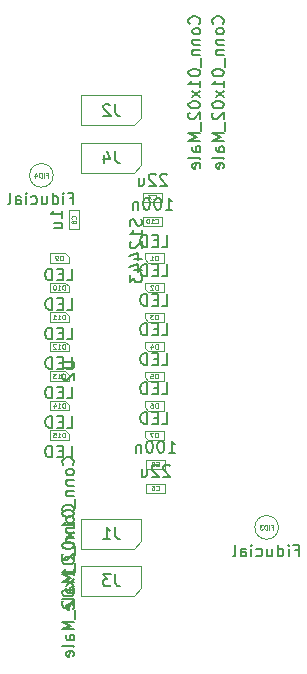
<source format=gbr>
%TF.GenerationSoftware,KiCad,Pcbnew,(6.0.10)*%
%TF.CreationDate,2023-03-05T19:00:04+01:00*%
%TF.ProjectId,HighPrecPosSens,48696768-5072-4656-9350-6f7353656e73,1*%
%TF.SameCoordinates,Original*%
%TF.FileFunction,AssemblyDrawing,Bot*%
%FSLAX46Y46*%
G04 Gerber Fmt 4.6, Leading zero omitted, Abs format (unit mm)*
G04 Created by KiCad (PCBNEW (6.0.10)) date 2023-03-05 19:00:04*
%MOMM*%
%LPD*%
G01*
G04 APERTURE LIST*
%ADD10C,0.150000*%
%ADD11C,0.060000*%
%ADD12C,0.100000*%
G04 APERTURE END LIST*
D10*
%TO.C,D2*%
X74935857Y-76515244D02*
X75412047Y-76515244D01*
X75412047Y-75515244D01*
X74602523Y-75991435D02*
X74269190Y-75991435D01*
X74126333Y-76515244D02*
X74602523Y-76515244D01*
X74602523Y-75515244D01*
X74126333Y-75515244D01*
X73697761Y-76515244D02*
X73697761Y-75515244D01*
X73459666Y-75515244D01*
X73316809Y-75562864D01*
X73221571Y-75658102D01*
X73173952Y-75753340D01*
X73126333Y-75943816D01*
X73126333Y-76086673D01*
X73173952Y-76277149D01*
X73221571Y-76372387D01*
X73316809Y-76467625D01*
X73459666Y-76515244D01*
X73697761Y-76515244D01*
D11*
X74588238Y-77673816D02*
X74588238Y-77273816D01*
X74493000Y-77273816D01*
X74435857Y-77292864D01*
X74397761Y-77330959D01*
X74378714Y-77369054D01*
X74359666Y-77445244D01*
X74359666Y-77502387D01*
X74378714Y-77578578D01*
X74397761Y-77616673D01*
X74435857Y-77654768D01*
X74493000Y-77673816D01*
X74588238Y-77673816D01*
X74207285Y-77311911D02*
X74188238Y-77292864D01*
X74150142Y-77273816D01*
X74054904Y-77273816D01*
X74016809Y-77292864D01*
X73997761Y-77311911D01*
X73978714Y-77350006D01*
X73978714Y-77388102D01*
X73997761Y-77445244D01*
X74226333Y-77673816D01*
X73978714Y-77673816D01*
D10*
%TO.C,FID4*%
X67130952Y-69909435D02*
X67464285Y-69909435D01*
X67464285Y-70433244D02*
X67464285Y-69433244D01*
X66988095Y-69433244D01*
X66607142Y-70433244D02*
X66607142Y-69766578D01*
X66607142Y-69433244D02*
X66654761Y-69480864D01*
X66607142Y-69528483D01*
X66559523Y-69480864D01*
X66607142Y-69433244D01*
X66607142Y-69528483D01*
X65702380Y-70433244D02*
X65702380Y-69433244D01*
X65702380Y-70385625D02*
X65797619Y-70433244D01*
X65988095Y-70433244D01*
X66083333Y-70385625D01*
X66130952Y-70338006D01*
X66178571Y-70242768D01*
X66178571Y-69957054D01*
X66130952Y-69861816D01*
X66083333Y-69814197D01*
X65988095Y-69766578D01*
X65797619Y-69766578D01*
X65702380Y-69814197D01*
X64797619Y-69766578D02*
X64797619Y-70433244D01*
X65226190Y-69766578D02*
X65226190Y-70290387D01*
X65178571Y-70385625D01*
X65083333Y-70433244D01*
X64940476Y-70433244D01*
X64845238Y-70385625D01*
X64797619Y-70338006D01*
X63892857Y-70385625D02*
X63988095Y-70433244D01*
X64178571Y-70433244D01*
X64273809Y-70385625D01*
X64321428Y-70338006D01*
X64369047Y-70242768D01*
X64369047Y-69957054D01*
X64321428Y-69861816D01*
X64273809Y-69814197D01*
X64178571Y-69766578D01*
X63988095Y-69766578D01*
X63892857Y-69814197D01*
X63464285Y-70433244D02*
X63464285Y-69766578D01*
X63464285Y-69433244D02*
X63511904Y-69480864D01*
X63464285Y-69528483D01*
X63416666Y-69480864D01*
X63464285Y-69433244D01*
X63464285Y-69528483D01*
X62559523Y-70433244D02*
X62559523Y-69909435D01*
X62607142Y-69814197D01*
X62702380Y-69766578D01*
X62892857Y-69766578D01*
X62988095Y-69814197D01*
X62559523Y-70385625D02*
X62654761Y-70433244D01*
X62892857Y-70433244D01*
X62988095Y-70385625D01*
X63035714Y-70290387D01*
X63035714Y-70195149D01*
X62988095Y-70099911D01*
X62892857Y-70052292D01*
X62654761Y-70052292D01*
X62559523Y-70004673D01*
X61940476Y-70433244D02*
X62035714Y-70385625D01*
X62083333Y-70290387D01*
X62083333Y-69433244D01*
D11*
X65178571Y-67952292D02*
X65311904Y-67952292D01*
X65311904Y-68161816D02*
X65311904Y-67761816D01*
X65121428Y-67761816D01*
X64969047Y-68161816D02*
X64969047Y-67761816D01*
X64778571Y-68161816D02*
X64778571Y-67761816D01*
X64683333Y-67761816D01*
X64626190Y-67780864D01*
X64588095Y-67818959D01*
X64569047Y-67857054D01*
X64550000Y-67933244D01*
X64550000Y-67990387D01*
X64569047Y-68066578D01*
X64588095Y-68104673D01*
X64626190Y-68142768D01*
X64683333Y-68161816D01*
X64778571Y-68161816D01*
X64207142Y-67895149D02*
X64207142Y-68161816D01*
X64302380Y-67742768D02*
X64397619Y-68028483D01*
X64150000Y-68028483D01*
D10*
%TO.C,D4*%
X74935857Y-81515244D02*
X75412047Y-81515244D01*
X75412047Y-80515244D01*
X74602523Y-80991435D02*
X74269190Y-80991435D01*
X74126333Y-81515244D02*
X74602523Y-81515244D01*
X74602523Y-80515244D01*
X74126333Y-80515244D01*
X73697761Y-81515244D02*
X73697761Y-80515244D01*
X73459666Y-80515244D01*
X73316809Y-80562864D01*
X73221571Y-80658102D01*
X73173952Y-80753340D01*
X73126333Y-80943816D01*
X73126333Y-81086673D01*
X73173952Y-81277149D01*
X73221571Y-81372387D01*
X73316809Y-81467625D01*
X73459666Y-81515244D01*
X73697761Y-81515244D01*
D11*
X74588238Y-82673816D02*
X74588238Y-82273816D01*
X74493000Y-82273816D01*
X74435857Y-82292864D01*
X74397761Y-82330959D01*
X74378714Y-82369054D01*
X74359666Y-82445244D01*
X74359666Y-82502387D01*
X74378714Y-82578578D01*
X74397761Y-82616673D01*
X74435857Y-82654768D01*
X74493000Y-82673816D01*
X74588238Y-82673816D01*
X74016809Y-82407149D02*
X74016809Y-82673816D01*
X74112047Y-82254768D02*
X74207285Y-82540483D01*
X73959666Y-82540483D01*
D10*
%TO.C,D15*%
X66892857Y-91863244D02*
X67369047Y-91863244D01*
X67369047Y-90863244D01*
X66559523Y-91339435D02*
X66226190Y-91339435D01*
X66083333Y-91863244D02*
X66559523Y-91863244D01*
X66559523Y-90863244D01*
X66083333Y-90863244D01*
X65654761Y-91863244D02*
X65654761Y-90863244D01*
X65416666Y-90863244D01*
X65273809Y-90910864D01*
X65178571Y-91006102D01*
X65130952Y-91101340D01*
X65083333Y-91291816D01*
X65083333Y-91434673D01*
X65130952Y-91625149D01*
X65178571Y-91720387D01*
X65273809Y-91815625D01*
X65416666Y-91863244D01*
X65654761Y-91863244D01*
D11*
X66735714Y-90161816D02*
X66735714Y-89761816D01*
X66640476Y-89761816D01*
X66583333Y-89780864D01*
X66545238Y-89818959D01*
X66526190Y-89857054D01*
X66507142Y-89933244D01*
X66507142Y-89990387D01*
X66526190Y-90066578D01*
X66545238Y-90104673D01*
X66583333Y-90142768D01*
X66640476Y-90161816D01*
X66735714Y-90161816D01*
X66126190Y-90161816D02*
X66354761Y-90161816D01*
X66240476Y-90161816D02*
X66240476Y-89761816D01*
X66278571Y-89818959D01*
X66316666Y-89857054D01*
X66354761Y-89876102D01*
X65764285Y-89761816D02*
X65954761Y-89761816D01*
X65973809Y-89952292D01*
X65954761Y-89933244D01*
X65916666Y-89914197D01*
X65821428Y-89914197D01*
X65783333Y-89933244D01*
X65764285Y-89952292D01*
X65745238Y-89990387D01*
X65745238Y-90085625D01*
X65764285Y-90123721D01*
X65783333Y-90142768D01*
X65821428Y-90161816D01*
X65916666Y-90161816D01*
X65954761Y-90142768D01*
X65973809Y-90123721D01*
D10*
%TO.C,J4*%
X78107142Y-55147530D02*
X78154761Y-55099911D01*
X78202380Y-54957054D01*
X78202380Y-54861816D01*
X78154761Y-54718959D01*
X78059523Y-54623721D01*
X77964285Y-54576102D01*
X77773809Y-54528483D01*
X77630952Y-54528483D01*
X77440476Y-54576102D01*
X77345238Y-54623721D01*
X77250000Y-54718959D01*
X77202380Y-54861816D01*
X77202380Y-54957054D01*
X77250000Y-55099911D01*
X77297619Y-55147530D01*
X78202380Y-55718959D02*
X78154761Y-55623721D01*
X78107142Y-55576102D01*
X78011904Y-55528483D01*
X77726190Y-55528483D01*
X77630952Y-55576102D01*
X77583333Y-55623721D01*
X77535714Y-55718959D01*
X77535714Y-55861816D01*
X77583333Y-55957054D01*
X77630952Y-56004673D01*
X77726190Y-56052292D01*
X78011904Y-56052292D01*
X78107142Y-56004673D01*
X78154761Y-55957054D01*
X78202380Y-55861816D01*
X78202380Y-55718959D01*
X77535714Y-56480864D02*
X78202380Y-56480864D01*
X77630952Y-56480864D02*
X77583333Y-56528483D01*
X77535714Y-56623721D01*
X77535714Y-56766578D01*
X77583333Y-56861816D01*
X77678571Y-56909435D01*
X78202380Y-56909435D01*
X77535714Y-57385625D02*
X78202380Y-57385625D01*
X77630952Y-57385625D02*
X77583333Y-57433244D01*
X77535714Y-57528483D01*
X77535714Y-57671340D01*
X77583333Y-57766578D01*
X77678571Y-57814197D01*
X78202380Y-57814197D01*
X78297619Y-58052292D02*
X78297619Y-58814197D01*
X77202380Y-59242768D02*
X77202380Y-59338006D01*
X77250000Y-59433244D01*
X77297619Y-59480864D01*
X77392857Y-59528483D01*
X77583333Y-59576102D01*
X77821428Y-59576102D01*
X78011904Y-59528483D01*
X78107142Y-59480864D01*
X78154761Y-59433244D01*
X78202380Y-59338006D01*
X78202380Y-59242768D01*
X78154761Y-59147530D01*
X78107142Y-59099911D01*
X78011904Y-59052292D01*
X77821428Y-59004673D01*
X77583333Y-59004673D01*
X77392857Y-59052292D01*
X77297619Y-59099911D01*
X77250000Y-59147530D01*
X77202380Y-59242768D01*
X78202380Y-60528483D02*
X78202380Y-59957054D01*
X78202380Y-60242768D02*
X77202380Y-60242768D01*
X77345238Y-60147530D01*
X77440476Y-60052292D01*
X77488095Y-59957054D01*
X78202380Y-60861816D02*
X77535714Y-61385625D01*
X77535714Y-60861816D02*
X78202380Y-61385625D01*
X77202380Y-61957054D02*
X77202380Y-62052292D01*
X77250000Y-62147530D01*
X77297619Y-62195149D01*
X77392857Y-62242768D01*
X77583333Y-62290387D01*
X77821428Y-62290387D01*
X78011904Y-62242768D01*
X78107142Y-62195149D01*
X78154761Y-62147530D01*
X78202380Y-62052292D01*
X78202380Y-61957054D01*
X78154761Y-61861816D01*
X78107142Y-61814197D01*
X78011904Y-61766578D01*
X77821428Y-61718959D01*
X77583333Y-61718959D01*
X77392857Y-61766578D01*
X77297619Y-61814197D01*
X77250000Y-61861816D01*
X77202380Y-61957054D01*
X77297619Y-62671340D02*
X77250000Y-62718959D01*
X77202380Y-62814197D01*
X77202380Y-63052292D01*
X77250000Y-63147530D01*
X77297619Y-63195149D01*
X77392857Y-63242768D01*
X77488095Y-63242768D01*
X77630952Y-63195149D01*
X78202380Y-62623721D01*
X78202380Y-63242768D01*
X78297619Y-63433244D02*
X78297619Y-64195149D01*
X78202380Y-64433244D02*
X77202380Y-64433244D01*
X77916666Y-64766578D01*
X77202380Y-65099911D01*
X78202380Y-65099911D01*
X78202380Y-66004673D02*
X77678571Y-66004673D01*
X77583333Y-65957054D01*
X77535714Y-65861816D01*
X77535714Y-65671340D01*
X77583333Y-65576102D01*
X78154761Y-66004673D02*
X78202380Y-65909435D01*
X78202380Y-65671340D01*
X78154761Y-65576102D01*
X78059523Y-65528483D01*
X77964285Y-65528483D01*
X77869047Y-65576102D01*
X77821428Y-65671340D01*
X77821428Y-65909435D01*
X77773809Y-66004673D01*
X78202380Y-66623721D02*
X78154761Y-66528483D01*
X78059523Y-66480864D01*
X77202380Y-66480864D01*
X78154761Y-67385625D02*
X78202380Y-67290387D01*
X78202380Y-67099911D01*
X78154761Y-67004673D01*
X78059523Y-66957054D01*
X77678571Y-66957054D01*
X77583333Y-67004673D01*
X77535714Y-67099911D01*
X77535714Y-67290387D01*
X77583333Y-67385625D01*
X77678571Y-67433244D01*
X77773809Y-67433244D01*
X77869047Y-66957054D01*
X70988333Y-65933244D02*
X70988333Y-66647530D01*
X71035952Y-66790387D01*
X71131190Y-66885625D01*
X71274047Y-66933244D01*
X71369285Y-66933244D01*
X70083571Y-66266578D02*
X70083571Y-66933244D01*
X70321666Y-65885625D02*
X70559761Y-66599911D01*
X69940714Y-66599911D01*
%TO.C,C6*%
X75620285Y-92588483D02*
X75572666Y-92540864D01*
X75477428Y-92493244D01*
X75239333Y-92493244D01*
X75144095Y-92540864D01*
X75096476Y-92588483D01*
X75048857Y-92683721D01*
X75048857Y-92778959D01*
X75096476Y-92921816D01*
X75667904Y-93493244D01*
X75048857Y-93493244D01*
X74667904Y-92588483D02*
X74620285Y-92540864D01*
X74525047Y-92493244D01*
X74286952Y-92493244D01*
X74191714Y-92540864D01*
X74144095Y-92588483D01*
X74096476Y-92683721D01*
X74096476Y-92778959D01*
X74144095Y-92921816D01*
X74715523Y-93493244D01*
X74096476Y-93493244D01*
X73239333Y-92826578D02*
X73239333Y-93493244D01*
X73667904Y-92826578D02*
X73667904Y-93350387D01*
X73620285Y-93445625D01*
X73525047Y-93493244D01*
X73382190Y-93493244D01*
X73286952Y-93445625D01*
X73239333Y-93398006D01*
D11*
X74472666Y-94613721D02*
X74491714Y-94632768D01*
X74548857Y-94651816D01*
X74586952Y-94651816D01*
X74644095Y-94632768D01*
X74682190Y-94594673D01*
X74701238Y-94556578D01*
X74720285Y-94480387D01*
X74720285Y-94423244D01*
X74701238Y-94347054D01*
X74682190Y-94308959D01*
X74644095Y-94270864D01*
X74586952Y-94251816D01*
X74548857Y-94251816D01*
X74491714Y-94270864D01*
X74472666Y-94289911D01*
X74129809Y-94251816D02*
X74206000Y-94251816D01*
X74244095Y-94270864D01*
X74263142Y-94289911D01*
X74301238Y-94347054D01*
X74320285Y-94423244D01*
X74320285Y-94575625D01*
X74301238Y-94613721D01*
X74282190Y-94632768D01*
X74244095Y-94651816D01*
X74167904Y-94651816D01*
X74129809Y-94632768D01*
X74110761Y-94613721D01*
X74091714Y-94575625D01*
X74091714Y-94480387D01*
X74110761Y-94442292D01*
X74129809Y-94423244D01*
X74167904Y-94404197D01*
X74244095Y-94404197D01*
X74282190Y-94423244D01*
X74301238Y-94442292D01*
X74320285Y-94480387D01*
D10*
%TO.C,J3*%
X67417142Y-96477530D02*
X67464761Y-96429911D01*
X67512380Y-96287054D01*
X67512380Y-96191816D01*
X67464761Y-96048959D01*
X67369523Y-95953721D01*
X67274285Y-95906102D01*
X67083809Y-95858483D01*
X66940952Y-95858483D01*
X66750476Y-95906102D01*
X66655238Y-95953721D01*
X66560000Y-96048959D01*
X66512380Y-96191816D01*
X66512380Y-96287054D01*
X66560000Y-96429911D01*
X66607619Y-96477530D01*
X67512380Y-97048959D02*
X67464761Y-96953721D01*
X67417142Y-96906102D01*
X67321904Y-96858483D01*
X67036190Y-96858483D01*
X66940952Y-96906102D01*
X66893333Y-96953721D01*
X66845714Y-97048959D01*
X66845714Y-97191816D01*
X66893333Y-97287054D01*
X66940952Y-97334673D01*
X67036190Y-97382292D01*
X67321904Y-97382292D01*
X67417142Y-97334673D01*
X67464761Y-97287054D01*
X67512380Y-97191816D01*
X67512380Y-97048959D01*
X66845714Y-97810864D02*
X67512380Y-97810864D01*
X66940952Y-97810864D02*
X66893333Y-97858483D01*
X66845714Y-97953721D01*
X66845714Y-98096578D01*
X66893333Y-98191816D01*
X66988571Y-98239435D01*
X67512380Y-98239435D01*
X66845714Y-98715625D02*
X67512380Y-98715625D01*
X66940952Y-98715625D02*
X66893333Y-98763244D01*
X66845714Y-98858483D01*
X66845714Y-99001340D01*
X66893333Y-99096578D01*
X66988571Y-99144197D01*
X67512380Y-99144197D01*
X67607619Y-99382292D02*
X67607619Y-100144197D01*
X66512380Y-100572768D02*
X66512380Y-100668006D01*
X66560000Y-100763244D01*
X66607619Y-100810864D01*
X66702857Y-100858483D01*
X66893333Y-100906102D01*
X67131428Y-100906102D01*
X67321904Y-100858483D01*
X67417142Y-100810864D01*
X67464761Y-100763244D01*
X67512380Y-100668006D01*
X67512380Y-100572768D01*
X67464761Y-100477530D01*
X67417142Y-100429911D01*
X67321904Y-100382292D01*
X67131428Y-100334673D01*
X66893333Y-100334673D01*
X66702857Y-100382292D01*
X66607619Y-100429911D01*
X66560000Y-100477530D01*
X66512380Y-100572768D01*
X67512380Y-101858483D02*
X67512380Y-101287054D01*
X67512380Y-101572768D02*
X66512380Y-101572768D01*
X66655238Y-101477530D01*
X66750476Y-101382292D01*
X66798095Y-101287054D01*
X67512380Y-102191816D02*
X66845714Y-102715625D01*
X66845714Y-102191816D02*
X67512380Y-102715625D01*
X66512380Y-103287054D02*
X66512380Y-103382292D01*
X66560000Y-103477530D01*
X66607619Y-103525149D01*
X66702857Y-103572768D01*
X66893333Y-103620387D01*
X67131428Y-103620387D01*
X67321904Y-103572768D01*
X67417142Y-103525149D01*
X67464761Y-103477530D01*
X67512380Y-103382292D01*
X67512380Y-103287054D01*
X67464761Y-103191816D01*
X67417142Y-103144197D01*
X67321904Y-103096578D01*
X67131428Y-103048959D01*
X66893333Y-103048959D01*
X66702857Y-103096578D01*
X66607619Y-103144197D01*
X66560000Y-103191816D01*
X66512380Y-103287054D01*
X66607619Y-104001340D02*
X66560000Y-104048959D01*
X66512380Y-104144197D01*
X66512380Y-104382292D01*
X66560000Y-104477530D01*
X66607619Y-104525149D01*
X66702857Y-104572768D01*
X66798095Y-104572768D01*
X66940952Y-104525149D01*
X67512380Y-103953721D01*
X67512380Y-104572768D01*
X67607619Y-104763244D02*
X67607619Y-105525149D01*
X67512380Y-105763244D02*
X66512380Y-105763244D01*
X67226666Y-106096578D01*
X66512380Y-106429911D01*
X67512380Y-106429911D01*
X67512380Y-107334673D02*
X66988571Y-107334673D01*
X66893333Y-107287054D01*
X66845714Y-107191816D01*
X66845714Y-107001340D01*
X66893333Y-106906102D01*
X67464761Y-107334673D02*
X67512380Y-107239435D01*
X67512380Y-107001340D01*
X67464761Y-106906102D01*
X67369523Y-106858483D01*
X67274285Y-106858483D01*
X67179047Y-106906102D01*
X67131428Y-107001340D01*
X67131428Y-107239435D01*
X67083809Y-107334673D01*
X67512380Y-107953721D02*
X67464761Y-107858483D01*
X67369523Y-107810864D01*
X66512380Y-107810864D01*
X67464761Y-108715625D02*
X67512380Y-108620387D01*
X67512380Y-108429911D01*
X67464761Y-108334673D01*
X67369523Y-108287054D01*
X66988571Y-108287054D01*
X66893333Y-108334673D01*
X66845714Y-108429911D01*
X66845714Y-108620387D01*
X66893333Y-108715625D01*
X66988571Y-108763244D01*
X67083809Y-108763244D01*
X67179047Y-108287054D01*
X70993333Y-101763244D02*
X70993333Y-102477530D01*
X71040952Y-102620387D01*
X71136190Y-102715625D01*
X71279047Y-102763244D01*
X71374285Y-102763244D01*
X70612380Y-101763244D02*
X69993333Y-101763244D01*
X70326666Y-102144197D01*
X70183809Y-102144197D01*
X70088571Y-102191816D01*
X70040952Y-102239435D01*
X69993333Y-102334673D01*
X69993333Y-102572768D01*
X70040952Y-102668006D01*
X70088571Y-102715625D01*
X70183809Y-102763244D01*
X70469523Y-102763244D01*
X70564761Y-102715625D01*
X70612380Y-102668006D01*
%TO.C,D6*%
X74935857Y-86515244D02*
X75412047Y-86515244D01*
X75412047Y-85515244D01*
X74602523Y-85991435D02*
X74269190Y-85991435D01*
X74126333Y-86515244D02*
X74602523Y-86515244D01*
X74602523Y-85515244D01*
X74126333Y-85515244D01*
X73697761Y-86515244D02*
X73697761Y-85515244D01*
X73459666Y-85515244D01*
X73316809Y-85562864D01*
X73221571Y-85658102D01*
X73173952Y-85753340D01*
X73126333Y-85943816D01*
X73126333Y-86086673D01*
X73173952Y-86277149D01*
X73221571Y-86372387D01*
X73316809Y-86467625D01*
X73459666Y-86515244D01*
X73697761Y-86515244D01*
D11*
X74588238Y-87673816D02*
X74588238Y-87273816D01*
X74493000Y-87273816D01*
X74435857Y-87292864D01*
X74397761Y-87330959D01*
X74378714Y-87369054D01*
X74359666Y-87445244D01*
X74359666Y-87502387D01*
X74378714Y-87578578D01*
X74397761Y-87616673D01*
X74435857Y-87654768D01*
X74493000Y-87673816D01*
X74588238Y-87673816D01*
X74016809Y-87273816D02*
X74093000Y-87273816D01*
X74131095Y-87292864D01*
X74150142Y-87311911D01*
X74188238Y-87369054D01*
X74207285Y-87445244D01*
X74207285Y-87597625D01*
X74188238Y-87635721D01*
X74169190Y-87654768D01*
X74131095Y-87673816D01*
X74054904Y-87673816D01*
X74016809Y-87654768D01*
X73997761Y-87635721D01*
X73978714Y-87597625D01*
X73978714Y-87502387D01*
X73997761Y-87464292D01*
X74016809Y-87445244D01*
X74054904Y-87426197D01*
X74131095Y-87426197D01*
X74169190Y-87445244D01*
X74188238Y-87464292D01*
X74207285Y-87502387D01*
D10*
%TO.C,C8*%
X66522380Y-71564197D02*
X66522380Y-70992768D01*
X66522380Y-71278483D02*
X65522380Y-71278483D01*
X65665238Y-71183244D01*
X65760476Y-71088006D01*
X65808095Y-70992768D01*
X65855714Y-72421340D02*
X66522380Y-72421340D01*
X65855714Y-71992768D02*
X66379523Y-71992768D01*
X66474761Y-72040387D01*
X66522380Y-72135625D01*
X66522380Y-72278483D01*
X66474761Y-72373721D01*
X66427142Y-72421340D01*
D11*
X67642857Y-71664197D02*
X67661904Y-71645149D01*
X67680952Y-71588006D01*
X67680952Y-71549911D01*
X67661904Y-71492768D01*
X67623809Y-71454673D01*
X67585714Y-71435625D01*
X67509523Y-71416578D01*
X67452380Y-71416578D01*
X67376190Y-71435625D01*
X67338095Y-71454673D01*
X67300000Y-71492768D01*
X67280952Y-71549911D01*
X67280952Y-71588006D01*
X67300000Y-71645149D01*
X67319047Y-71664197D01*
X67452380Y-71892768D02*
X67433333Y-71854673D01*
X67414285Y-71835625D01*
X67376190Y-71816578D01*
X67357142Y-71816578D01*
X67319047Y-71835625D01*
X67300000Y-71854673D01*
X67280952Y-71892768D01*
X67280952Y-71968959D01*
X67300000Y-72007054D01*
X67319047Y-72026102D01*
X67357142Y-72045149D01*
X67376190Y-72045149D01*
X67414285Y-72026102D01*
X67433333Y-72007054D01*
X67452380Y-71968959D01*
X67452380Y-71892768D01*
X67471428Y-71854673D01*
X67490476Y-71835625D01*
X67528571Y-71816578D01*
X67604761Y-71816578D01*
X67642857Y-71835625D01*
X67661904Y-71854673D01*
X67680952Y-71892768D01*
X67680952Y-71968959D01*
X67661904Y-72007054D01*
X67642857Y-72026102D01*
X67604761Y-72045149D01*
X67528571Y-72045149D01*
X67490476Y-72026102D01*
X67471428Y-72007054D01*
X67452380Y-71968959D01*
D10*
%TO.C,FID3*%
X86200952Y-99718571D02*
X86534285Y-99718571D01*
X86534285Y-100242380D02*
X86534285Y-99242380D01*
X86058095Y-99242380D01*
X85677142Y-100242380D02*
X85677142Y-99575714D01*
X85677142Y-99242380D02*
X85724761Y-99290000D01*
X85677142Y-99337619D01*
X85629523Y-99290000D01*
X85677142Y-99242380D01*
X85677142Y-99337619D01*
X84772380Y-100242380D02*
X84772380Y-99242380D01*
X84772380Y-100194761D02*
X84867619Y-100242380D01*
X85058095Y-100242380D01*
X85153333Y-100194761D01*
X85200952Y-100147142D01*
X85248571Y-100051904D01*
X85248571Y-99766190D01*
X85200952Y-99670952D01*
X85153333Y-99623333D01*
X85058095Y-99575714D01*
X84867619Y-99575714D01*
X84772380Y-99623333D01*
X83867619Y-99575714D02*
X83867619Y-100242380D01*
X84296190Y-99575714D02*
X84296190Y-100099523D01*
X84248571Y-100194761D01*
X84153333Y-100242380D01*
X84010476Y-100242380D01*
X83915238Y-100194761D01*
X83867619Y-100147142D01*
X82962857Y-100194761D02*
X83058095Y-100242380D01*
X83248571Y-100242380D01*
X83343809Y-100194761D01*
X83391428Y-100147142D01*
X83439047Y-100051904D01*
X83439047Y-99766190D01*
X83391428Y-99670952D01*
X83343809Y-99623333D01*
X83248571Y-99575714D01*
X83058095Y-99575714D01*
X82962857Y-99623333D01*
X82534285Y-100242380D02*
X82534285Y-99575714D01*
X82534285Y-99242380D02*
X82581904Y-99290000D01*
X82534285Y-99337619D01*
X82486666Y-99290000D01*
X82534285Y-99242380D01*
X82534285Y-99337619D01*
X81629523Y-100242380D02*
X81629523Y-99718571D01*
X81677142Y-99623333D01*
X81772380Y-99575714D01*
X81962857Y-99575714D01*
X82058095Y-99623333D01*
X81629523Y-100194761D02*
X81724761Y-100242380D01*
X81962857Y-100242380D01*
X82058095Y-100194761D01*
X82105714Y-100099523D01*
X82105714Y-100004285D01*
X82058095Y-99909047D01*
X81962857Y-99861428D01*
X81724761Y-99861428D01*
X81629523Y-99813809D01*
X81010476Y-100242380D02*
X81105714Y-100194761D01*
X81153333Y-100099523D01*
X81153333Y-99242380D01*
D11*
X84248571Y-97761428D02*
X84381904Y-97761428D01*
X84381904Y-97970952D02*
X84381904Y-97570952D01*
X84191428Y-97570952D01*
X84039047Y-97970952D02*
X84039047Y-97570952D01*
X83848571Y-97970952D02*
X83848571Y-97570952D01*
X83753333Y-97570952D01*
X83696190Y-97590000D01*
X83658095Y-97628095D01*
X83639047Y-97666190D01*
X83620000Y-97742380D01*
X83620000Y-97799523D01*
X83639047Y-97875714D01*
X83658095Y-97913809D01*
X83696190Y-97951904D01*
X83753333Y-97970952D01*
X83848571Y-97970952D01*
X83486666Y-97570952D02*
X83239047Y-97570952D01*
X83372380Y-97723333D01*
X83315238Y-97723333D01*
X83277142Y-97742380D01*
X83258095Y-97761428D01*
X83239047Y-97799523D01*
X83239047Y-97894761D01*
X83258095Y-97932857D01*
X83277142Y-97951904D01*
X83315238Y-97970952D01*
X83429523Y-97970952D01*
X83467619Y-97951904D01*
X83486666Y-97932857D01*
D10*
%TO.C,D11*%
X66892857Y-81863244D02*
X67369047Y-81863244D01*
X67369047Y-80863244D01*
X66559523Y-81339435D02*
X66226190Y-81339435D01*
X66083333Y-81863244D02*
X66559523Y-81863244D01*
X66559523Y-80863244D01*
X66083333Y-80863244D01*
X65654761Y-81863244D02*
X65654761Y-80863244D01*
X65416666Y-80863244D01*
X65273809Y-80910864D01*
X65178571Y-81006102D01*
X65130952Y-81101340D01*
X65083333Y-81291816D01*
X65083333Y-81434673D01*
X65130952Y-81625149D01*
X65178571Y-81720387D01*
X65273809Y-81815625D01*
X65416666Y-81863244D01*
X65654761Y-81863244D01*
D11*
X66735714Y-80161816D02*
X66735714Y-79761816D01*
X66640476Y-79761816D01*
X66583333Y-79780864D01*
X66545238Y-79818959D01*
X66526190Y-79857054D01*
X66507142Y-79933244D01*
X66507142Y-79990387D01*
X66526190Y-80066578D01*
X66545238Y-80104673D01*
X66583333Y-80142768D01*
X66640476Y-80161816D01*
X66735714Y-80161816D01*
X66126190Y-80161816D02*
X66354761Y-80161816D01*
X66240476Y-80161816D02*
X66240476Y-79761816D01*
X66278571Y-79818959D01*
X66316666Y-79857054D01*
X66354761Y-79876102D01*
X65745238Y-80161816D02*
X65973809Y-80161816D01*
X65859523Y-80161816D02*
X65859523Y-79761816D01*
X65897619Y-79818959D01*
X65935714Y-79857054D01*
X65973809Y-79876102D01*
D10*
%TO.C,D7*%
X74935857Y-89015244D02*
X75412047Y-89015244D01*
X75412047Y-88015244D01*
X74602523Y-88491435D02*
X74269190Y-88491435D01*
X74126333Y-89015244D02*
X74602523Y-89015244D01*
X74602523Y-88015244D01*
X74126333Y-88015244D01*
X73697761Y-89015244D02*
X73697761Y-88015244D01*
X73459666Y-88015244D01*
X73316809Y-88062864D01*
X73221571Y-88158102D01*
X73173952Y-88253340D01*
X73126333Y-88443816D01*
X73126333Y-88586673D01*
X73173952Y-88777149D01*
X73221571Y-88872387D01*
X73316809Y-88967625D01*
X73459666Y-89015244D01*
X73697761Y-89015244D01*
D11*
X74588238Y-90173816D02*
X74588238Y-89773816D01*
X74493000Y-89773816D01*
X74435857Y-89792864D01*
X74397761Y-89830959D01*
X74378714Y-89869054D01*
X74359666Y-89945244D01*
X74359666Y-90002387D01*
X74378714Y-90078578D01*
X74397761Y-90116673D01*
X74435857Y-90154768D01*
X74493000Y-90173816D01*
X74588238Y-90173816D01*
X74226333Y-89773816D02*
X73959666Y-89773816D01*
X74131095Y-90173816D01*
D10*
%TO.C,D14*%
X66892857Y-89363244D02*
X67369047Y-89363244D01*
X67369047Y-88363244D01*
X66559523Y-88839435D02*
X66226190Y-88839435D01*
X66083333Y-89363244D02*
X66559523Y-89363244D01*
X66559523Y-88363244D01*
X66083333Y-88363244D01*
X65654761Y-89363244D02*
X65654761Y-88363244D01*
X65416666Y-88363244D01*
X65273809Y-88410864D01*
X65178571Y-88506102D01*
X65130952Y-88601340D01*
X65083333Y-88791816D01*
X65083333Y-88934673D01*
X65130952Y-89125149D01*
X65178571Y-89220387D01*
X65273809Y-89315625D01*
X65416666Y-89363244D01*
X65654761Y-89363244D01*
D11*
X66735714Y-87661816D02*
X66735714Y-87261816D01*
X66640476Y-87261816D01*
X66583333Y-87280864D01*
X66545238Y-87318959D01*
X66526190Y-87357054D01*
X66507142Y-87433244D01*
X66507142Y-87490387D01*
X66526190Y-87566578D01*
X66545238Y-87604673D01*
X66583333Y-87642768D01*
X66640476Y-87661816D01*
X66735714Y-87661816D01*
X66126190Y-87661816D02*
X66354761Y-87661816D01*
X66240476Y-87661816D02*
X66240476Y-87261816D01*
X66278571Y-87318959D01*
X66316666Y-87357054D01*
X66354761Y-87376102D01*
X65783333Y-87395149D02*
X65783333Y-87661816D01*
X65878571Y-87242768D02*
X65973809Y-87528483D01*
X65726190Y-87528483D01*
D10*
%TO.C,D12*%
X66892857Y-84363244D02*
X67369047Y-84363244D01*
X67369047Y-83363244D01*
X66559523Y-83839435D02*
X66226190Y-83839435D01*
X66083333Y-84363244D02*
X66559523Y-84363244D01*
X66559523Y-83363244D01*
X66083333Y-83363244D01*
X65654761Y-84363244D02*
X65654761Y-83363244D01*
X65416666Y-83363244D01*
X65273809Y-83410864D01*
X65178571Y-83506102D01*
X65130952Y-83601340D01*
X65083333Y-83791816D01*
X65083333Y-83934673D01*
X65130952Y-84125149D01*
X65178571Y-84220387D01*
X65273809Y-84315625D01*
X65416666Y-84363244D01*
X65654761Y-84363244D01*
D11*
X66735714Y-82661816D02*
X66735714Y-82261816D01*
X66640476Y-82261816D01*
X66583333Y-82280864D01*
X66545238Y-82318959D01*
X66526190Y-82357054D01*
X66507142Y-82433244D01*
X66507142Y-82490387D01*
X66526190Y-82566578D01*
X66545238Y-82604673D01*
X66583333Y-82642768D01*
X66640476Y-82661816D01*
X66735714Y-82661816D01*
X66126190Y-82661816D02*
X66354761Y-82661816D01*
X66240476Y-82661816D02*
X66240476Y-82261816D01*
X66278571Y-82318959D01*
X66316666Y-82357054D01*
X66354761Y-82376102D01*
X65973809Y-82299911D02*
X65954761Y-82280864D01*
X65916666Y-82261816D01*
X65821428Y-82261816D01*
X65783333Y-82280864D01*
X65764285Y-82299911D01*
X65745238Y-82338006D01*
X65745238Y-82376102D01*
X65764285Y-82433244D01*
X65992857Y-82661816D01*
X65745238Y-82661816D01*
D10*
%TO.C,C10*%
X75271047Y-70887244D02*
X75842476Y-70887244D01*
X75556761Y-70887244D02*
X75556761Y-69887244D01*
X75651999Y-70030102D01*
X75747238Y-70125340D01*
X75842476Y-70172959D01*
X74651999Y-69887244D02*
X74556761Y-69887244D01*
X74461523Y-69934864D01*
X74413904Y-69982483D01*
X74366285Y-70077721D01*
X74318666Y-70268197D01*
X74318666Y-70506292D01*
X74366285Y-70696768D01*
X74413904Y-70792006D01*
X74461523Y-70839625D01*
X74556761Y-70887244D01*
X74651999Y-70887244D01*
X74747238Y-70839625D01*
X74794857Y-70792006D01*
X74842476Y-70696768D01*
X74890095Y-70506292D01*
X74890095Y-70268197D01*
X74842476Y-70077721D01*
X74794857Y-69982483D01*
X74747238Y-69934864D01*
X74651999Y-69887244D01*
X73699619Y-69887244D02*
X73604380Y-69887244D01*
X73509142Y-69934864D01*
X73461523Y-69982483D01*
X73413904Y-70077721D01*
X73366285Y-70268197D01*
X73366285Y-70506292D01*
X73413904Y-70696768D01*
X73461523Y-70792006D01*
X73509142Y-70839625D01*
X73604380Y-70887244D01*
X73699619Y-70887244D01*
X73794857Y-70839625D01*
X73842476Y-70792006D01*
X73890095Y-70696768D01*
X73937714Y-70506292D01*
X73937714Y-70268197D01*
X73890095Y-70077721D01*
X73842476Y-69982483D01*
X73794857Y-69934864D01*
X73699619Y-69887244D01*
X72937714Y-70220578D02*
X72937714Y-70887244D01*
X72937714Y-70315816D02*
X72890095Y-70268197D01*
X72794857Y-70220578D01*
X72651999Y-70220578D01*
X72556761Y-70268197D01*
X72509142Y-70363435D01*
X72509142Y-70887244D01*
D11*
X74409142Y-72007721D02*
X74428190Y-72026768D01*
X74485333Y-72045816D01*
X74523428Y-72045816D01*
X74580571Y-72026768D01*
X74618666Y-71988673D01*
X74637714Y-71950578D01*
X74656761Y-71874387D01*
X74656761Y-71817244D01*
X74637714Y-71741054D01*
X74618666Y-71702959D01*
X74580571Y-71664864D01*
X74523428Y-71645816D01*
X74485333Y-71645816D01*
X74428190Y-71664864D01*
X74409142Y-71683911D01*
X74028190Y-72045816D02*
X74256761Y-72045816D01*
X74142476Y-72045816D02*
X74142476Y-71645816D01*
X74180571Y-71702959D01*
X74218666Y-71741054D01*
X74256761Y-71760102D01*
X73780571Y-71645816D02*
X73742476Y-71645816D01*
X73704380Y-71664864D01*
X73685333Y-71683911D01*
X73666285Y-71722006D01*
X73647238Y-71798197D01*
X73647238Y-71893435D01*
X73666285Y-71969625D01*
X73685333Y-72007721D01*
X73704380Y-72026768D01*
X73742476Y-72045816D01*
X73780571Y-72045816D01*
X73818666Y-72026768D01*
X73837714Y-72007721D01*
X73856761Y-71969625D01*
X73875809Y-71893435D01*
X73875809Y-71798197D01*
X73856761Y-71722006D01*
X73837714Y-71683911D01*
X73818666Y-71664864D01*
X73780571Y-71645816D01*
D10*
%TO.C,C7*%
X75366285Y-67950483D02*
X75318666Y-67902864D01*
X75223428Y-67855244D01*
X74985333Y-67855244D01*
X74890095Y-67902864D01*
X74842476Y-67950483D01*
X74794857Y-68045721D01*
X74794857Y-68140959D01*
X74842476Y-68283816D01*
X75413904Y-68855244D01*
X74794857Y-68855244D01*
X74413904Y-67950483D02*
X74366285Y-67902864D01*
X74271047Y-67855244D01*
X74032952Y-67855244D01*
X73937714Y-67902864D01*
X73890095Y-67950483D01*
X73842476Y-68045721D01*
X73842476Y-68140959D01*
X73890095Y-68283816D01*
X74461523Y-68855244D01*
X73842476Y-68855244D01*
X72985333Y-68188578D02*
X72985333Y-68855244D01*
X73413904Y-68188578D02*
X73413904Y-68712387D01*
X73366285Y-68807625D01*
X73271047Y-68855244D01*
X73128190Y-68855244D01*
X73032952Y-68807625D01*
X72985333Y-68760006D01*
D11*
X74218666Y-69975721D02*
X74237714Y-69994768D01*
X74294857Y-70013816D01*
X74332952Y-70013816D01*
X74390095Y-69994768D01*
X74428190Y-69956673D01*
X74447238Y-69918578D01*
X74466285Y-69842387D01*
X74466285Y-69785244D01*
X74447238Y-69709054D01*
X74428190Y-69670959D01*
X74390095Y-69632864D01*
X74332952Y-69613816D01*
X74294857Y-69613816D01*
X74237714Y-69632864D01*
X74218666Y-69651911D01*
X74085333Y-69613816D02*
X73818666Y-69613816D01*
X73990095Y-70013816D01*
D10*
%TO.C,C9*%
X75525047Y-91461244D02*
X76096476Y-91461244D01*
X75810761Y-91461244D02*
X75810761Y-90461244D01*
X75905999Y-90604102D01*
X76001238Y-90699340D01*
X76096476Y-90746959D01*
X74905999Y-90461244D02*
X74810761Y-90461244D01*
X74715523Y-90508864D01*
X74667904Y-90556483D01*
X74620285Y-90651721D01*
X74572666Y-90842197D01*
X74572666Y-91080292D01*
X74620285Y-91270768D01*
X74667904Y-91366006D01*
X74715523Y-91413625D01*
X74810761Y-91461244D01*
X74905999Y-91461244D01*
X75001238Y-91413625D01*
X75048857Y-91366006D01*
X75096476Y-91270768D01*
X75144095Y-91080292D01*
X75144095Y-90842197D01*
X75096476Y-90651721D01*
X75048857Y-90556483D01*
X75001238Y-90508864D01*
X74905999Y-90461244D01*
X73953619Y-90461244D02*
X73858380Y-90461244D01*
X73763142Y-90508864D01*
X73715523Y-90556483D01*
X73667904Y-90651721D01*
X73620285Y-90842197D01*
X73620285Y-91080292D01*
X73667904Y-91270768D01*
X73715523Y-91366006D01*
X73763142Y-91413625D01*
X73858380Y-91461244D01*
X73953619Y-91461244D01*
X74048857Y-91413625D01*
X74096476Y-91366006D01*
X74144095Y-91270768D01*
X74191714Y-91080292D01*
X74191714Y-90842197D01*
X74144095Y-90651721D01*
X74096476Y-90556483D01*
X74048857Y-90508864D01*
X73953619Y-90461244D01*
X73191714Y-90794578D02*
X73191714Y-91461244D01*
X73191714Y-90889816D02*
X73144095Y-90842197D01*
X73048857Y-90794578D01*
X72905999Y-90794578D01*
X72810761Y-90842197D01*
X72763142Y-90937435D01*
X72763142Y-91461244D01*
D11*
X74472666Y-92581721D02*
X74491714Y-92600768D01*
X74548857Y-92619816D01*
X74586952Y-92619816D01*
X74644095Y-92600768D01*
X74682190Y-92562673D01*
X74701238Y-92524578D01*
X74720285Y-92448387D01*
X74720285Y-92391244D01*
X74701238Y-92315054D01*
X74682190Y-92276959D01*
X74644095Y-92238864D01*
X74586952Y-92219816D01*
X74548857Y-92219816D01*
X74491714Y-92238864D01*
X74472666Y-92257911D01*
X74282190Y-92619816D02*
X74206000Y-92619816D01*
X74167904Y-92600768D01*
X74148857Y-92581721D01*
X74110761Y-92524578D01*
X74091714Y-92448387D01*
X74091714Y-92296006D01*
X74110761Y-92257911D01*
X74129809Y-92238864D01*
X74167904Y-92219816D01*
X74244095Y-92219816D01*
X74282190Y-92238864D01*
X74301238Y-92257911D01*
X74320285Y-92296006D01*
X74320285Y-92391244D01*
X74301238Y-92429340D01*
X74282190Y-92448387D01*
X74244095Y-92467435D01*
X74167904Y-92467435D01*
X74129809Y-92448387D01*
X74110761Y-92429340D01*
X74091714Y-92391244D01*
D10*
%TO.C,U2*%
X73194761Y-71694197D02*
X73242380Y-71837054D01*
X73242380Y-72075149D01*
X73194761Y-72170387D01*
X73147142Y-72218006D01*
X73051904Y-72265625D01*
X72956666Y-72265625D01*
X72861428Y-72218006D01*
X72813809Y-72170387D01*
X72766190Y-72075149D01*
X72718571Y-71884673D01*
X72670952Y-71789435D01*
X72623333Y-71741816D01*
X72528095Y-71694197D01*
X72432857Y-71694197D01*
X72337619Y-71741816D01*
X72290000Y-71789435D01*
X72242380Y-71884673D01*
X72242380Y-72122768D01*
X72290000Y-72265625D01*
X73242380Y-73218006D02*
X73242380Y-72646578D01*
X73242380Y-72932292D02*
X72242380Y-72932292D01*
X72385238Y-72837054D01*
X72480476Y-72741816D01*
X72528095Y-72646578D01*
X72337619Y-73598959D02*
X72290000Y-73646578D01*
X72242380Y-73741816D01*
X72242380Y-73979911D01*
X72290000Y-74075149D01*
X72337619Y-74122768D01*
X72432857Y-74170387D01*
X72528095Y-74170387D01*
X72670952Y-74122768D01*
X73242380Y-73551340D01*
X73242380Y-74170387D01*
X72575714Y-75027530D02*
X73242380Y-75027530D01*
X72194761Y-74789435D02*
X72909047Y-74551340D01*
X72909047Y-75170387D01*
X72575714Y-75979911D02*
X73242380Y-75979911D01*
X72194761Y-75741816D02*
X72909047Y-75503721D01*
X72909047Y-76122768D01*
X72242380Y-76408483D02*
X72242380Y-77027530D01*
X72623333Y-76694197D01*
X72623333Y-76837054D01*
X72670952Y-76932292D01*
X72718571Y-76979911D01*
X72813809Y-77027530D01*
X73051904Y-77027530D01*
X73147142Y-76979911D01*
X73194761Y-76932292D01*
X73242380Y-76837054D01*
X73242380Y-76551340D01*
X73194761Y-76456102D01*
X73147142Y-76408483D01*
X66527380Y-83758959D02*
X67336904Y-83758959D01*
X67432142Y-83806578D01*
X67479761Y-83854197D01*
X67527380Y-83949435D01*
X67527380Y-84139911D01*
X67479761Y-84235149D01*
X67432142Y-84282768D01*
X67336904Y-84330387D01*
X66527380Y-84330387D01*
X66622619Y-84758959D02*
X66575000Y-84806578D01*
X66527380Y-84901816D01*
X66527380Y-85139911D01*
X66575000Y-85235149D01*
X66622619Y-85282768D01*
X66717857Y-85330387D01*
X66813095Y-85330387D01*
X66955952Y-85282768D01*
X67527380Y-84711340D01*
X67527380Y-85330387D01*
%TO.C,D13*%
X66892857Y-86863244D02*
X67369047Y-86863244D01*
X67369047Y-85863244D01*
X66559523Y-86339435D02*
X66226190Y-86339435D01*
X66083333Y-86863244D02*
X66559523Y-86863244D01*
X66559523Y-85863244D01*
X66083333Y-85863244D01*
X65654761Y-86863244D02*
X65654761Y-85863244D01*
X65416666Y-85863244D01*
X65273809Y-85910864D01*
X65178571Y-86006102D01*
X65130952Y-86101340D01*
X65083333Y-86291816D01*
X65083333Y-86434673D01*
X65130952Y-86625149D01*
X65178571Y-86720387D01*
X65273809Y-86815625D01*
X65416666Y-86863244D01*
X65654761Y-86863244D01*
D11*
X66735714Y-85161816D02*
X66735714Y-84761816D01*
X66640476Y-84761816D01*
X66583333Y-84780864D01*
X66545238Y-84818959D01*
X66526190Y-84857054D01*
X66507142Y-84933244D01*
X66507142Y-84990387D01*
X66526190Y-85066578D01*
X66545238Y-85104673D01*
X66583333Y-85142768D01*
X66640476Y-85161816D01*
X66735714Y-85161816D01*
X66126190Y-85161816D02*
X66354761Y-85161816D01*
X66240476Y-85161816D02*
X66240476Y-84761816D01*
X66278571Y-84818959D01*
X66316666Y-84857054D01*
X66354761Y-84876102D01*
X65992857Y-84761816D02*
X65745238Y-84761816D01*
X65878571Y-84914197D01*
X65821428Y-84914197D01*
X65783333Y-84933244D01*
X65764285Y-84952292D01*
X65745238Y-84990387D01*
X65745238Y-85085625D01*
X65764285Y-85123721D01*
X65783333Y-85142768D01*
X65821428Y-85161816D01*
X65935714Y-85161816D01*
X65973809Y-85142768D01*
X65992857Y-85123721D01*
D10*
%TO.C,J1*%
X67417142Y-92477530D02*
X67464761Y-92429911D01*
X67512380Y-92287054D01*
X67512380Y-92191816D01*
X67464761Y-92048959D01*
X67369523Y-91953721D01*
X67274285Y-91906102D01*
X67083809Y-91858483D01*
X66940952Y-91858483D01*
X66750476Y-91906102D01*
X66655238Y-91953721D01*
X66560000Y-92048959D01*
X66512380Y-92191816D01*
X66512380Y-92287054D01*
X66560000Y-92429911D01*
X66607619Y-92477530D01*
X67512380Y-93048959D02*
X67464761Y-92953721D01*
X67417142Y-92906102D01*
X67321904Y-92858483D01*
X67036190Y-92858483D01*
X66940952Y-92906102D01*
X66893333Y-92953721D01*
X66845714Y-93048959D01*
X66845714Y-93191816D01*
X66893333Y-93287054D01*
X66940952Y-93334673D01*
X67036190Y-93382292D01*
X67321904Y-93382292D01*
X67417142Y-93334673D01*
X67464761Y-93287054D01*
X67512380Y-93191816D01*
X67512380Y-93048959D01*
X66845714Y-93810864D02*
X67512380Y-93810864D01*
X66940952Y-93810864D02*
X66893333Y-93858483D01*
X66845714Y-93953721D01*
X66845714Y-94096578D01*
X66893333Y-94191816D01*
X66988571Y-94239435D01*
X67512380Y-94239435D01*
X66845714Y-94715625D02*
X67512380Y-94715625D01*
X66940952Y-94715625D02*
X66893333Y-94763244D01*
X66845714Y-94858483D01*
X66845714Y-95001340D01*
X66893333Y-95096578D01*
X66988571Y-95144197D01*
X67512380Y-95144197D01*
X67607619Y-95382292D02*
X67607619Y-96144197D01*
X66512380Y-96572768D02*
X66512380Y-96668006D01*
X66560000Y-96763244D01*
X66607619Y-96810864D01*
X66702857Y-96858483D01*
X66893333Y-96906102D01*
X67131428Y-96906102D01*
X67321904Y-96858483D01*
X67417142Y-96810864D01*
X67464761Y-96763244D01*
X67512380Y-96668006D01*
X67512380Y-96572768D01*
X67464761Y-96477530D01*
X67417142Y-96429911D01*
X67321904Y-96382292D01*
X67131428Y-96334673D01*
X66893333Y-96334673D01*
X66702857Y-96382292D01*
X66607619Y-96429911D01*
X66560000Y-96477530D01*
X66512380Y-96572768D01*
X67512380Y-97858483D02*
X67512380Y-97287054D01*
X67512380Y-97572768D02*
X66512380Y-97572768D01*
X66655238Y-97477530D01*
X66750476Y-97382292D01*
X66798095Y-97287054D01*
X67512380Y-98191816D02*
X66845714Y-98715625D01*
X66845714Y-98191816D02*
X67512380Y-98715625D01*
X66512380Y-99287054D02*
X66512380Y-99382292D01*
X66560000Y-99477530D01*
X66607619Y-99525149D01*
X66702857Y-99572768D01*
X66893333Y-99620387D01*
X67131428Y-99620387D01*
X67321904Y-99572768D01*
X67417142Y-99525149D01*
X67464761Y-99477530D01*
X67512380Y-99382292D01*
X67512380Y-99287054D01*
X67464761Y-99191816D01*
X67417142Y-99144197D01*
X67321904Y-99096578D01*
X67131428Y-99048959D01*
X66893333Y-99048959D01*
X66702857Y-99096578D01*
X66607619Y-99144197D01*
X66560000Y-99191816D01*
X66512380Y-99287054D01*
X66607619Y-100001340D02*
X66560000Y-100048959D01*
X66512380Y-100144197D01*
X66512380Y-100382292D01*
X66560000Y-100477530D01*
X66607619Y-100525149D01*
X66702857Y-100572768D01*
X66798095Y-100572768D01*
X66940952Y-100525149D01*
X67512380Y-99953721D01*
X67512380Y-100572768D01*
X67607619Y-100763244D02*
X67607619Y-101525149D01*
X67512380Y-101763244D02*
X66512380Y-101763244D01*
X67226666Y-102096578D01*
X66512380Y-102429911D01*
X67512380Y-102429911D01*
X67512380Y-103334673D02*
X66988571Y-103334673D01*
X66893333Y-103287054D01*
X66845714Y-103191816D01*
X66845714Y-103001340D01*
X66893333Y-102906102D01*
X67464761Y-103334673D02*
X67512380Y-103239435D01*
X67512380Y-103001340D01*
X67464761Y-102906102D01*
X67369523Y-102858483D01*
X67274285Y-102858483D01*
X67179047Y-102906102D01*
X67131428Y-103001340D01*
X67131428Y-103239435D01*
X67083809Y-103334673D01*
X67512380Y-103953721D02*
X67464761Y-103858483D01*
X67369523Y-103810864D01*
X66512380Y-103810864D01*
X67464761Y-104715625D02*
X67512380Y-104620387D01*
X67512380Y-104429911D01*
X67464761Y-104334673D01*
X67369523Y-104287054D01*
X66988571Y-104287054D01*
X66893333Y-104334673D01*
X66845714Y-104429911D01*
X66845714Y-104620387D01*
X66893333Y-104715625D01*
X66988571Y-104763244D01*
X67083809Y-104763244D01*
X67179047Y-104287054D01*
X70993333Y-97763244D02*
X70993333Y-98477530D01*
X71040952Y-98620387D01*
X71136190Y-98715625D01*
X71279047Y-98763244D01*
X71374285Y-98763244D01*
X69993333Y-98763244D02*
X70564761Y-98763244D01*
X70279047Y-98763244D02*
X70279047Y-97763244D01*
X70374285Y-97906102D01*
X70469523Y-98001340D01*
X70564761Y-98048959D01*
%TO.C,D9*%
X66892857Y-76875244D02*
X67369047Y-76875244D01*
X67369047Y-75875244D01*
X66559523Y-76351435D02*
X66226190Y-76351435D01*
X66083333Y-76875244D02*
X66559523Y-76875244D01*
X66559523Y-75875244D01*
X66083333Y-75875244D01*
X65654761Y-76875244D02*
X65654761Y-75875244D01*
X65416666Y-75875244D01*
X65273809Y-75922864D01*
X65178571Y-76018102D01*
X65130952Y-76113340D01*
X65083333Y-76303816D01*
X65083333Y-76446673D01*
X65130952Y-76637149D01*
X65178571Y-76732387D01*
X65273809Y-76827625D01*
X65416666Y-76875244D01*
X65654761Y-76875244D01*
D11*
X66545238Y-75173816D02*
X66545238Y-74773816D01*
X66450000Y-74773816D01*
X66392857Y-74792864D01*
X66354761Y-74830959D01*
X66335714Y-74869054D01*
X66316666Y-74945244D01*
X66316666Y-75002387D01*
X66335714Y-75078578D01*
X66354761Y-75116673D01*
X66392857Y-75154768D01*
X66450000Y-75173816D01*
X66545238Y-75173816D01*
X66126190Y-75173816D02*
X66050000Y-75173816D01*
X66011904Y-75154768D01*
X65992857Y-75135721D01*
X65954761Y-75078578D01*
X65935714Y-75002387D01*
X65935714Y-74850006D01*
X65954761Y-74811911D01*
X65973809Y-74792864D01*
X66011904Y-74773816D01*
X66088095Y-74773816D01*
X66126190Y-74792864D01*
X66145238Y-74811911D01*
X66164285Y-74850006D01*
X66164285Y-74945244D01*
X66145238Y-74983340D01*
X66126190Y-75002387D01*
X66088095Y-75021435D01*
X66011904Y-75021435D01*
X65973809Y-75002387D01*
X65954761Y-74983340D01*
X65935714Y-74945244D01*
D10*
%TO.C,D1*%
X74935857Y-74015244D02*
X75412047Y-74015244D01*
X75412047Y-73015244D01*
X74602523Y-73491435D02*
X74269190Y-73491435D01*
X74126333Y-74015244D02*
X74602523Y-74015244D01*
X74602523Y-73015244D01*
X74126333Y-73015244D01*
X73697761Y-74015244D02*
X73697761Y-73015244D01*
X73459666Y-73015244D01*
X73316809Y-73062864D01*
X73221571Y-73158102D01*
X73173952Y-73253340D01*
X73126333Y-73443816D01*
X73126333Y-73586673D01*
X73173952Y-73777149D01*
X73221571Y-73872387D01*
X73316809Y-73967625D01*
X73459666Y-74015244D01*
X73697761Y-74015244D01*
D11*
X74588238Y-75173816D02*
X74588238Y-74773816D01*
X74493000Y-74773816D01*
X74435857Y-74792864D01*
X74397761Y-74830959D01*
X74378714Y-74869054D01*
X74359666Y-74945244D01*
X74359666Y-75002387D01*
X74378714Y-75078578D01*
X74397761Y-75116673D01*
X74435857Y-75154768D01*
X74493000Y-75173816D01*
X74588238Y-75173816D01*
X73978714Y-75173816D02*
X74207285Y-75173816D01*
X74093000Y-75173816D02*
X74093000Y-74773816D01*
X74131095Y-74830959D01*
X74169190Y-74869054D01*
X74207285Y-74888102D01*
D10*
%TO.C,J2*%
X80107142Y-55147530D02*
X80154761Y-55099911D01*
X80202380Y-54957054D01*
X80202380Y-54861816D01*
X80154761Y-54718959D01*
X80059523Y-54623721D01*
X79964285Y-54576102D01*
X79773809Y-54528483D01*
X79630952Y-54528483D01*
X79440476Y-54576102D01*
X79345238Y-54623721D01*
X79250000Y-54718959D01*
X79202380Y-54861816D01*
X79202380Y-54957054D01*
X79250000Y-55099911D01*
X79297619Y-55147530D01*
X80202380Y-55718959D02*
X80154761Y-55623721D01*
X80107142Y-55576102D01*
X80011904Y-55528483D01*
X79726190Y-55528483D01*
X79630952Y-55576102D01*
X79583333Y-55623721D01*
X79535714Y-55718959D01*
X79535714Y-55861816D01*
X79583333Y-55957054D01*
X79630952Y-56004673D01*
X79726190Y-56052292D01*
X80011904Y-56052292D01*
X80107142Y-56004673D01*
X80154761Y-55957054D01*
X80202380Y-55861816D01*
X80202380Y-55718959D01*
X79535714Y-56480864D02*
X80202380Y-56480864D01*
X79630952Y-56480864D02*
X79583333Y-56528483D01*
X79535714Y-56623721D01*
X79535714Y-56766578D01*
X79583333Y-56861816D01*
X79678571Y-56909435D01*
X80202380Y-56909435D01*
X79535714Y-57385625D02*
X80202380Y-57385625D01*
X79630952Y-57385625D02*
X79583333Y-57433244D01*
X79535714Y-57528483D01*
X79535714Y-57671340D01*
X79583333Y-57766578D01*
X79678571Y-57814197D01*
X80202380Y-57814197D01*
X80297619Y-58052292D02*
X80297619Y-58814197D01*
X79202380Y-59242768D02*
X79202380Y-59338006D01*
X79250000Y-59433244D01*
X79297619Y-59480864D01*
X79392857Y-59528483D01*
X79583333Y-59576102D01*
X79821428Y-59576102D01*
X80011904Y-59528483D01*
X80107142Y-59480864D01*
X80154761Y-59433244D01*
X80202380Y-59338006D01*
X80202380Y-59242768D01*
X80154761Y-59147530D01*
X80107142Y-59099911D01*
X80011904Y-59052292D01*
X79821428Y-59004673D01*
X79583333Y-59004673D01*
X79392857Y-59052292D01*
X79297619Y-59099911D01*
X79250000Y-59147530D01*
X79202380Y-59242768D01*
X80202380Y-60528483D02*
X80202380Y-59957054D01*
X80202380Y-60242768D02*
X79202380Y-60242768D01*
X79345238Y-60147530D01*
X79440476Y-60052292D01*
X79488095Y-59957054D01*
X80202380Y-60861816D02*
X79535714Y-61385625D01*
X79535714Y-60861816D02*
X80202380Y-61385625D01*
X79202380Y-61957054D02*
X79202380Y-62052292D01*
X79250000Y-62147530D01*
X79297619Y-62195149D01*
X79392857Y-62242768D01*
X79583333Y-62290387D01*
X79821428Y-62290387D01*
X80011904Y-62242768D01*
X80107142Y-62195149D01*
X80154761Y-62147530D01*
X80202380Y-62052292D01*
X80202380Y-61957054D01*
X80154761Y-61861816D01*
X80107142Y-61814197D01*
X80011904Y-61766578D01*
X79821428Y-61718959D01*
X79583333Y-61718959D01*
X79392857Y-61766578D01*
X79297619Y-61814197D01*
X79250000Y-61861816D01*
X79202380Y-61957054D01*
X79297619Y-62671340D02*
X79250000Y-62718959D01*
X79202380Y-62814197D01*
X79202380Y-63052292D01*
X79250000Y-63147530D01*
X79297619Y-63195149D01*
X79392857Y-63242768D01*
X79488095Y-63242768D01*
X79630952Y-63195149D01*
X80202380Y-62623721D01*
X80202380Y-63242768D01*
X80297619Y-63433244D02*
X80297619Y-64195149D01*
X80202380Y-64433244D02*
X79202380Y-64433244D01*
X79916666Y-64766578D01*
X79202380Y-65099911D01*
X80202380Y-65099911D01*
X80202380Y-66004673D02*
X79678571Y-66004673D01*
X79583333Y-65957054D01*
X79535714Y-65861816D01*
X79535714Y-65671340D01*
X79583333Y-65576102D01*
X80154761Y-66004673D02*
X80202380Y-65909435D01*
X80202380Y-65671340D01*
X80154761Y-65576102D01*
X80059523Y-65528483D01*
X79964285Y-65528483D01*
X79869047Y-65576102D01*
X79821428Y-65671340D01*
X79821428Y-65909435D01*
X79773809Y-66004673D01*
X80202380Y-66623721D02*
X80154761Y-66528483D01*
X80059523Y-66480864D01*
X79202380Y-66480864D01*
X80154761Y-67385625D02*
X80202380Y-67290387D01*
X80202380Y-67099911D01*
X80154761Y-67004673D01*
X80059523Y-66957054D01*
X79678571Y-66957054D01*
X79583333Y-67004673D01*
X79535714Y-67099911D01*
X79535714Y-67290387D01*
X79583333Y-67385625D01*
X79678571Y-67433244D01*
X79773809Y-67433244D01*
X79869047Y-66957054D01*
X70988333Y-61933244D02*
X70988333Y-62647530D01*
X71035952Y-62790387D01*
X71131190Y-62885625D01*
X71274047Y-62933244D01*
X71369285Y-62933244D01*
X70559761Y-62028483D02*
X70512142Y-61980864D01*
X70416904Y-61933244D01*
X70178809Y-61933244D01*
X70083571Y-61980864D01*
X70035952Y-62028483D01*
X69988333Y-62123721D01*
X69988333Y-62218959D01*
X70035952Y-62361816D01*
X70607380Y-62933244D01*
X69988333Y-62933244D01*
%TO.C,D3*%
X74935857Y-79015244D02*
X75412047Y-79015244D01*
X75412047Y-78015244D01*
X74602523Y-78491435D02*
X74269190Y-78491435D01*
X74126333Y-79015244D02*
X74602523Y-79015244D01*
X74602523Y-78015244D01*
X74126333Y-78015244D01*
X73697761Y-79015244D02*
X73697761Y-78015244D01*
X73459666Y-78015244D01*
X73316809Y-78062864D01*
X73221571Y-78158102D01*
X73173952Y-78253340D01*
X73126333Y-78443816D01*
X73126333Y-78586673D01*
X73173952Y-78777149D01*
X73221571Y-78872387D01*
X73316809Y-78967625D01*
X73459666Y-79015244D01*
X73697761Y-79015244D01*
D11*
X74588238Y-80173816D02*
X74588238Y-79773816D01*
X74493000Y-79773816D01*
X74435857Y-79792864D01*
X74397761Y-79830959D01*
X74378714Y-79869054D01*
X74359666Y-79945244D01*
X74359666Y-80002387D01*
X74378714Y-80078578D01*
X74397761Y-80116673D01*
X74435857Y-80154768D01*
X74493000Y-80173816D01*
X74588238Y-80173816D01*
X74226333Y-79773816D02*
X73978714Y-79773816D01*
X74112047Y-79926197D01*
X74054904Y-79926197D01*
X74016809Y-79945244D01*
X73997761Y-79964292D01*
X73978714Y-80002387D01*
X73978714Y-80097625D01*
X73997761Y-80135721D01*
X74016809Y-80154768D01*
X74054904Y-80173816D01*
X74169190Y-80173816D01*
X74207285Y-80154768D01*
X74226333Y-80135721D01*
D10*
%TO.C,D10*%
X66892857Y-79363244D02*
X67369047Y-79363244D01*
X67369047Y-78363244D01*
X66559523Y-78839435D02*
X66226190Y-78839435D01*
X66083333Y-79363244D02*
X66559523Y-79363244D01*
X66559523Y-78363244D01*
X66083333Y-78363244D01*
X65654761Y-79363244D02*
X65654761Y-78363244D01*
X65416666Y-78363244D01*
X65273809Y-78410864D01*
X65178571Y-78506102D01*
X65130952Y-78601340D01*
X65083333Y-78791816D01*
X65083333Y-78934673D01*
X65130952Y-79125149D01*
X65178571Y-79220387D01*
X65273809Y-79315625D01*
X65416666Y-79363244D01*
X65654761Y-79363244D01*
D11*
X66735714Y-77661816D02*
X66735714Y-77261816D01*
X66640476Y-77261816D01*
X66583333Y-77280864D01*
X66545238Y-77318959D01*
X66526190Y-77357054D01*
X66507142Y-77433244D01*
X66507142Y-77490387D01*
X66526190Y-77566578D01*
X66545238Y-77604673D01*
X66583333Y-77642768D01*
X66640476Y-77661816D01*
X66735714Y-77661816D01*
X66126190Y-77661816D02*
X66354761Y-77661816D01*
X66240476Y-77661816D02*
X66240476Y-77261816D01*
X66278571Y-77318959D01*
X66316666Y-77357054D01*
X66354761Y-77376102D01*
X65878571Y-77261816D02*
X65840476Y-77261816D01*
X65802380Y-77280864D01*
X65783333Y-77299911D01*
X65764285Y-77338006D01*
X65745238Y-77414197D01*
X65745238Y-77509435D01*
X65764285Y-77585625D01*
X65783333Y-77623721D01*
X65802380Y-77642768D01*
X65840476Y-77661816D01*
X65878571Y-77661816D01*
X65916666Y-77642768D01*
X65935714Y-77623721D01*
X65954761Y-77585625D01*
X65973809Y-77509435D01*
X65973809Y-77414197D01*
X65954761Y-77338006D01*
X65935714Y-77299911D01*
X65916666Y-77280864D01*
X65878571Y-77261816D01*
D10*
%TO.C,D5*%
X74935857Y-84015244D02*
X75412047Y-84015244D01*
X75412047Y-83015244D01*
X74602523Y-83491435D02*
X74269190Y-83491435D01*
X74126333Y-84015244D02*
X74602523Y-84015244D01*
X74602523Y-83015244D01*
X74126333Y-83015244D01*
X73697761Y-84015244D02*
X73697761Y-83015244D01*
X73459666Y-83015244D01*
X73316809Y-83062864D01*
X73221571Y-83158102D01*
X73173952Y-83253340D01*
X73126333Y-83443816D01*
X73126333Y-83586673D01*
X73173952Y-83777149D01*
X73221571Y-83872387D01*
X73316809Y-83967625D01*
X73459666Y-84015244D01*
X73697761Y-84015244D01*
D11*
X74588238Y-85173816D02*
X74588238Y-84773816D01*
X74493000Y-84773816D01*
X74435857Y-84792864D01*
X74397761Y-84830959D01*
X74378714Y-84869054D01*
X74359666Y-84945244D01*
X74359666Y-85002387D01*
X74378714Y-85078578D01*
X74397761Y-85116673D01*
X74435857Y-85154768D01*
X74493000Y-85173816D01*
X74588238Y-85173816D01*
X73997761Y-84773816D02*
X74188238Y-84773816D01*
X74207285Y-84964292D01*
X74188238Y-84945244D01*
X74150142Y-84926197D01*
X74054904Y-84926197D01*
X74016809Y-84945244D01*
X73997761Y-84964292D01*
X73978714Y-85002387D01*
X73978714Y-85097625D01*
X73997761Y-85135721D01*
X74016809Y-85154768D01*
X74054904Y-85173816D01*
X74150142Y-85173816D01*
X74188238Y-85154768D01*
X74207285Y-85135721D01*
D12*
%TO.C,D2*%
X73493000Y-77592864D02*
X73493000Y-77092864D01*
X73793000Y-77892864D02*
X73493000Y-77592864D01*
X75093000Y-77892864D02*
X73793000Y-77892864D01*
X73493000Y-77092864D02*
X75093000Y-77092864D01*
X75093000Y-77092864D02*
X75093000Y-77892864D01*
%TO.C,FID4*%
X65750000Y-67980864D02*
G75*
G03*
X65750000Y-67980864I-1000000J0D01*
G01*
%TO.C,D4*%
X73493000Y-82092864D02*
X75093000Y-82092864D01*
X75093000Y-82092864D02*
X75093000Y-82892864D01*
X73493000Y-82592864D02*
X73493000Y-82092864D01*
X73793000Y-82892864D02*
X73493000Y-82592864D01*
X75093000Y-82892864D02*
X73793000Y-82892864D01*
%TO.C,D15*%
X67050000Y-90380864D02*
X65450000Y-90380864D01*
X67050000Y-89880864D02*
X67050000Y-90380864D01*
X65450000Y-89580864D02*
X66750000Y-89580864D01*
X65450000Y-90380864D02*
X65450000Y-89580864D01*
X66750000Y-89580864D02*
X67050000Y-89880864D01*
%TO.C,J4*%
X68115000Y-65210864D02*
X68115000Y-67750864D01*
X68115000Y-67750864D02*
X72560000Y-67750864D01*
X73195000Y-67115864D02*
X73195000Y-65210864D01*
X72560000Y-67750864D02*
X73195000Y-67115864D01*
X73195000Y-65210864D02*
X68115000Y-65210864D01*
%TO.C,C6*%
X75206000Y-94870864D02*
X75206000Y-94070864D01*
X73606000Y-94870864D02*
X75206000Y-94870864D01*
X73606000Y-94070864D02*
X73606000Y-94870864D01*
X75206000Y-94070864D02*
X73606000Y-94070864D01*
%TO.C,J3*%
X68120000Y-101040864D02*
X68120000Y-103580864D01*
X73200000Y-102945864D02*
X73200000Y-101040864D01*
X72565000Y-103580864D02*
X73200000Y-102945864D01*
X73200000Y-101040864D02*
X68120000Y-101040864D01*
X68120000Y-103580864D02*
X72565000Y-103580864D01*
%TO.C,D6*%
X75093000Y-87892864D02*
X73793000Y-87892864D01*
X73493000Y-87092864D02*
X75093000Y-87092864D01*
X73493000Y-87592864D02*
X73493000Y-87092864D01*
X75093000Y-87092864D02*
X75093000Y-87892864D01*
X73793000Y-87892864D02*
X73493000Y-87592864D01*
%TO.C,C8*%
X67900000Y-70930864D02*
X67100000Y-70930864D01*
X67100000Y-72530864D02*
X67900000Y-72530864D01*
X67100000Y-70930864D02*
X67100000Y-72530864D01*
X67900000Y-72530864D02*
X67900000Y-70930864D01*
%TO.C,FID3*%
X84820000Y-97790000D02*
G75*
G03*
X84820000Y-97790000I-1000000J0D01*
G01*
%TO.C,D11*%
X67050000Y-80380864D02*
X65450000Y-80380864D01*
X65450000Y-79580864D02*
X66750000Y-79580864D01*
X67050000Y-79880864D02*
X67050000Y-80380864D01*
X65450000Y-80380864D02*
X65450000Y-79580864D01*
X66750000Y-79580864D02*
X67050000Y-79880864D01*
%TO.C,D7*%
X73793000Y-90392864D02*
X73493000Y-90092864D01*
X73493000Y-90092864D02*
X73493000Y-89592864D01*
X75093000Y-89592864D02*
X75093000Y-90392864D01*
X73493000Y-89592864D02*
X75093000Y-89592864D01*
X75093000Y-90392864D02*
X73793000Y-90392864D01*
%TO.C,D14*%
X67050000Y-87380864D02*
X67050000Y-87880864D01*
X67050000Y-87880864D02*
X65450000Y-87880864D01*
X65450000Y-87880864D02*
X65450000Y-87080864D01*
X66750000Y-87080864D02*
X67050000Y-87380864D01*
X65450000Y-87080864D02*
X66750000Y-87080864D01*
%TO.C,D12*%
X65450000Y-82080864D02*
X66750000Y-82080864D01*
X65450000Y-82880864D02*
X65450000Y-82080864D01*
X67050000Y-82880864D02*
X65450000Y-82880864D01*
X66750000Y-82080864D02*
X67050000Y-82380864D01*
X67050000Y-82380864D02*
X67050000Y-82880864D01*
%TO.C,C10*%
X74952000Y-71464864D02*
X73352000Y-71464864D01*
X74952000Y-72264864D02*
X74952000Y-71464864D01*
X73352000Y-71464864D02*
X73352000Y-72264864D01*
X73352000Y-72264864D02*
X74952000Y-72264864D01*
%TO.C,C7*%
X73352000Y-69432864D02*
X73352000Y-70232864D01*
X74952000Y-70232864D02*
X74952000Y-69432864D01*
X73352000Y-70232864D02*
X74952000Y-70232864D01*
X74952000Y-69432864D02*
X73352000Y-69432864D01*
%TO.C,C9*%
X73606000Y-92838864D02*
X75206000Y-92838864D01*
X75206000Y-92038864D02*
X73606000Y-92038864D01*
X73606000Y-92038864D02*
X73606000Y-92838864D01*
X75206000Y-92838864D02*
X75206000Y-92038864D01*
%TO.C,D13*%
X65450000Y-84580864D02*
X66750000Y-84580864D01*
X66750000Y-84580864D02*
X67050000Y-84880864D01*
X67050000Y-84880864D02*
X67050000Y-85380864D01*
X65450000Y-85380864D02*
X65450000Y-84580864D01*
X67050000Y-85380864D02*
X65450000Y-85380864D01*
%TO.C,J1*%
X68120000Y-99580864D02*
X72565000Y-99580864D01*
X68120000Y-97040864D02*
X68120000Y-99580864D01*
X72565000Y-99580864D02*
X73200000Y-98945864D01*
X73200000Y-98945864D02*
X73200000Y-97040864D01*
X73200000Y-97040864D02*
X68120000Y-97040864D01*
%TO.C,D9*%
X66750000Y-74592864D02*
X67050000Y-74892864D01*
X65450000Y-75392864D02*
X65450000Y-74592864D01*
X67050000Y-75392864D02*
X65450000Y-75392864D01*
X65450000Y-74592864D02*
X66750000Y-74592864D01*
X67050000Y-74892864D02*
X67050000Y-75392864D01*
%TO.C,D1*%
X73793000Y-75392864D02*
X73493000Y-75092864D01*
X75093000Y-74592864D02*
X75093000Y-75392864D01*
X75093000Y-75392864D02*
X73793000Y-75392864D01*
X73493000Y-74592864D02*
X75093000Y-74592864D01*
X73493000Y-75092864D02*
X73493000Y-74592864D01*
%TO.C,J2*%
X72560000Y-63750864D02*
X73195000Y-63115864D01*
X73195000Y-63115864D02*
X73195000Y-61210864D01*
X68115000Y-63750864D02*
X72560000Y-63750864D01*
X68115000Y-61210864D02*
X68115000Y-63750864D01*
X73195000Y-61210864D02*
X68115000Y-61210864D01*
%TO.C,D3*%
X73493000Y-80092864D02*
X73493000Y-79592864D01*
X73493000Y-79592864D02*
X75093000Y-79592864D01*
X73793000Y-80392864D02*
X73493000Y-80092864D01*
X75093000Y-80392864D02*
X73793000Y-80392864D01*
X75093000Y-79592864D02*
X75093000Y-80392864D01*
%TO.C,D10*%
X65450000Y-77080864D02*
X66750000Y-77080864D01*
X67050000Y-77380864D02*
X67050000Y-77880864D01*
X66750000Y-77080864D02*
X67050000Y-77380864D01*
X65450000Y-77880864D02*
X65450000Y-77080864D01*
X67050000Y-77880864D02*
X65450000Y-77880864D01*
%TO.C,D5*%
X73793000Y-85392864D02*
X73493000Y-85092864D01*
X75093000Y-84592864D02*
X75093000Y-85392864D01*
X73493000Y-85092864D02*
X73493000Y-84592864D01*
X73493000Y-84592864D02*
X75093000Y-84592864D01*
X75093000Y-85392864D02*
X73793000Y-85392864D01*
%TD*%
M02*

</source>
